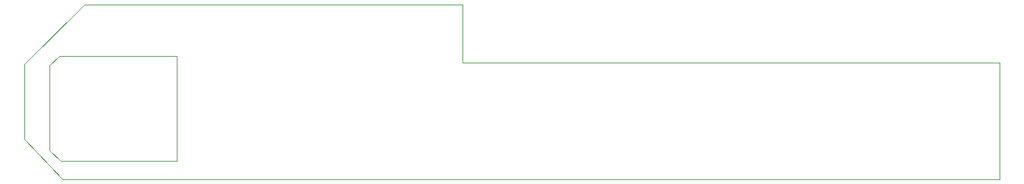
<source format=gbr>
%TF.GenerationSoftware,KiCad,Pcbnew,(5.1.5)-3*%
%TF.CreationDate,2021-10-28T23:15:06-05:00*%
%TF.ProjectId,Pikatea Macropad FK1,50696b61-7465-4612-904d-6163726f7061,rev?*%
%TF.SameCoordinates,Original*%
%TF.FileFunction,Profile,NP*%
%FSLAX46Y46*%
G04 Gerber Fmt 4.6, Leading zero omitted, Abs format (unit mm)*
G04 Created by KiCad (PCBNEW (5.1.5)-3) date 2021-10-28 23:15:06*
%MOMM*%
%LPD*%
G04 APERTURE LIST*
%TA.AperFunction,Profile*%
%ADD10C,0.050000*%
%TD*%
G04 APERTURE END LIST*
D10*
X145161000Y-91567000D02*
X96647000Y-91567000D01*
X92202000Y-99314000D02*
X93472000Y-98200000D01*
X145161000Y-91567000D02*
X145161000Y-99000000D01*
X145161000Y-99000000D02*
X214100000Y-99000000D01*
X89000000Y-99200000D02*
X96647000Y-91567000D01*
X89000000Y-108800000D02*
X93900000Y-114000000D01*
X93600000Y-111600000D02*
X108500000Y-111600000D01*
X92202000Y-110236000D02*
X93600000Y-111600000D01*
X92202000Y-99314000D02*
X92202000Y-110236000D01*
X108500000Y-98200000D02*
X93472000Y-98200000D01*
X108500000Y-111600000D02*
X108500000Y-98200000D01*
X89000000Y-99200000D02*
X89000000Y-108800000D01*
X214100000Y-114000000D02*
X214100000Y-99000000D01*
X214100000Y-114000000D02*
X93900000Y-114000000D01*
M02*

</source>
